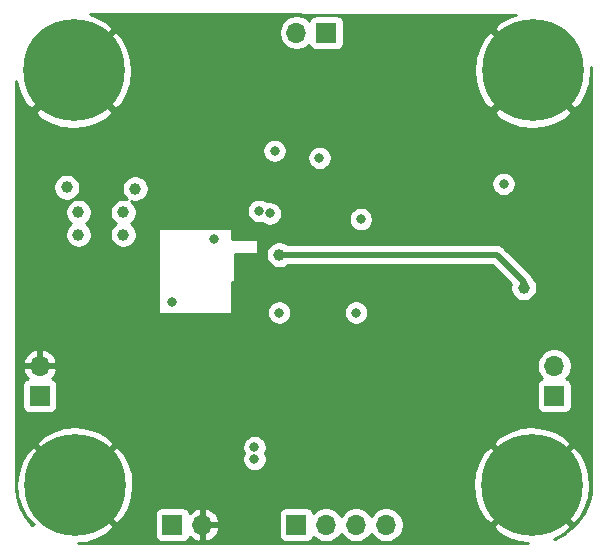
<source format=gbr>
G04 #@! TF.GenerationSoftware,KiCad,Pcbnew,(5.1.5)-3*
G04 #@! TF.CreationDate,2020-08-02T02:59:21-04:00*
G04 #@! TF.ProjectId,STM32F4,53544d33-3246-4342-9e6b-696361645f70,rev?*
G04 #@! TF.SameCoordinates,Original*
G04 #@! TF.FileFunction,Copper,L4,Bot*
G04 #@! TF.FilePolarity,Positive*
%FSLAX46Y46*%
G04 Gerber Fmt 4.6, Leading zero omitted, Abs format (unit mm)*
G04 Created by KiCad (PCBNEW (5.1.5)-3) date 2020-08-02 02:59:21*
%MOMM*%
%LPD*%
G04 APERTURE LIST*
%ADD10C,8.600000*%
%ADD11C,0.900000*%
%ADD12R,1.700000X1.700000*%
%ADD13O,1.700000X1.700000*%
%ADD14C,0.800000*%
%ADD15C,1.000000*%
%ADD16C,0.500000*%
%ADD17C,0.254000*%
G04 APERTURE END LIST*
D10*
X62687200Y-66497200D03*
D11*
X65912200Y-66497200D03*
X64967619Y-68777619D03*
X62687200Y-69722200D03*
X60406781Y-68777619D03*
X59462200Y-66497200D03*
X60406781Y-64216781D03*
X62687200Y-63272200D03*
X64967619Y-64216781D03*
D10*
X101549200Y-66497200D03*
D11*
X104774200Y-66497200D03*
X103829619Y-68777619D03*
X101549200Y-69722200D03*
X99268781Y-68777619D03*
X98324200Y-66497200D03*
X99268781Y-64216781D03*
X101549200Y-63272200D03*
X103829619Y-64216781D03*
D10*
X62801500Y-101600000D03*
D11*
X66026500Y-101600000D03*
X65081919Y-103880419D03*
X62801500Y-104825000D03*
X60521081Y-103880419D03*
X59576500Y-101600000D03*
X60521081Y-99319581D03*
X62801500Y-98375000D03*
X65081919Y-99319581D03*
X103753419Y-99319581D03*
X101473000Y-98375000D03*
X99192581Y-99319581D03*
X98248000Y-101600000D03*
X99192581Y-103880419D03*
X101473000Y-104825000D03*
X103753419Y-103880419D03*
X104698000Y-101600000D03*
D10*
X101473000Y-101600000D03*
D12*
X81534000Y-104965500D03*
D13*
X84074000Y-104965500D03*
X86614000Y-104965500D03*
X89154000Y-104965500D03*
D12*
X71056500Y-104965500D03*
D13*
X73596500Y-104965500D03*
X59817000Y-91503500D03*
D12*
X59817000Y-94043500D03*
X103378000Y-94043500D03*
D13*
X103378000Y-91503500D03*
X81560000Y-63300000D03*
D12*
X84100000Y-63300000D03*
D14*
X74600000Y-80800000D03*
X71000000Y-86100000D03*
D15*
X60450000Y-81325000D03*
X60450000Y-83200000D03*
X60450000Y-77575000D03*
X60450000Y-79450000D03*
X60450000Y-75700000D03*
X66900000Y-78500000D03*
X66900000Y-80400000D03*
X63100000Y-80400000D03*
X63100000Y-78500000D03*
X62100000Y-76400000D03*
X67900000Y-76500000D03*
X100800000Y-84900000D03*
D14*
X78000000Y-73000000D03*
X78000000Y-74100000D03*
X68200000Y-86000000D03*
X78900000Y-75500000D03*
X89000000Y-88400000D03*
X89800000Y-91900000D03*
X77900000Y-89600000D03*
X79200000Y-84600000D03*
X79400000Y-102400000D03*
X76900000Y-104700000D03*
X73900000Y-91900000D03*
X68200000Y-84800000D03*
X68200000Y-87100000D03*
X68200000Y-88200000D03*
X68200000Y-89400000D03*
X62600000Y-89900000D03*
X62600000Y-88700000D03*
X62600000Y-87600000D03*
X62600000Y-86400000D03*
X91100000Y-78300000D03*
X100500000Y-79900000D03*
X87000000Y-79100000D03*
X99100000Y-76100000D03*
X86600000Y-87000000D03*
X80100000Y-87000000D03*
X78400000Y-78400000D03*
X78000000Y-99400000D03*
X78000000Y-98400000D03*
X83500000Y-73900000D03*
X79700000Y-73300000D03*
X79300000Y-78600000D03*
D15*
X80100000Y-82100000D03*
D16*
X100800000Y-84400000D02*
X100800000Y-84900000D01*
X80100000Y-82100000D02*
X98500000Y-82100000D01*
X98500000Y-82100000D02*
X100800000Y-84400000D01*
D17*
G36*
X100125466Y-61771677D02*
G01*
X99714262Y-61890307D01*
X98850760Y-62336806D01*
X98738146Y-62412051D01*
X98245987Y-63014382D01*
X101549200Y-66317595D01*
X101563343Y-66303453D01*
X101742948Y-66483058D01*
X101728805Y-66497200D01*
X105032018Y-69800413D01*
X105634349Y-69308254D01*
X106104263Y-68457267D01*
X106399129Y-67530957D01*
X106507614Y-66564919D01*
X106476799Y-66201195D01*
X106505407Y-66361798D01*
X106527999Y-66904974D01*
X106528001Y-101508535D01*
X106454301Y-102377117D01*
X106242360Y-103193693D01*
X105895861Y-103962891D01*
X105424716Y-104662708D01*
X104842394Y-105273139D01*
X104165550Y-105776724D01*
X103413528Y-106159072D01*
X103380720Y-106169259D01*
X104171440Y-105760394D01*
X104284054Y-105685149D01*
X104776213Y-105082818D01*
X101473000Y-101779605D01*
X98169787Y-105082818D01*
X98661946Y-105685149D01*
X99512933Y-106155063D01*
X100439243Y-106449929D01*
X101134450Y-106528000D01*
X63092776Y-106528000D01*
X63702421Y-106476351D01*
X64636438Y-106206893D01*
X65499940Y-105760394D01*
X65612554Y-105685149D01*
X66104713Y-105082818D01*
X62801500Y-101779605D01*
X62787358Y-101793748D01*
X62607753Y-101614143D01*
X62621895Y-101600000D01*
X62981105Y-101600000D01*
X66284318Y-104903213D01*
X66886649Y-104411054D01*
X67049853Y-104115500D01*
X69568428Y-104115500D01*
X69568428Y-105815500D01*
X69580688Y-105939982D01*
X69616998Y-106059680D01*
X69675963Y-106169994D01*
X69755315Y-106266685D01*
X69852006Y-106346037D01*
X69962320Y-106405002D01*
X70082018Y-106441312D01*
X70206500Y-106453572D01*
X71906500Y-106453572D01*
X72030982Y-106441312D01*
X72150680Y-106405002D01*
X72260994Y-106346037D01*
X72357685Y-106266685D01*
X72437037Y-106169994D01*
X72496002Y-106059680D01*
X72520466Y-105979034D01*
X72596231Y-106063088D01*
X72829580Y-106237141D01*
X73092401Y-106362325D01*
X73239610Y-106406976D01*
X73469500Y-106285655D01*
X73469500Y-105092500D01*
X73723500Y-105092500D01*
X73723500Y-106285655D01*
X73953390Y-106406976D01*
X74100599Y-106362325D01*
X74363420Y-106237141D01*
X74596769Y-106063088D01*
X74791678Y-105846855D01*
X74940657Y-105596752D01*
X75037981Y-105322391D01*
X74917314Y-105092500D01*
X73723500Y-105092500D01*
X73469500Y-105092500D01*
X73449500Y-105092500D01*
X73449500Y-104838500D01*
X73469500Y-104838500D01*
X73469500Y-103645345D01*
X73723500Y-103645345D01*
X73723500Y-104838500D01*
X74917314Y-104838500D01*
X75037981Y-104608609D01*
X74940657Y-104334248D01*
X74810356Y-104115500D01*
X80045928Y-104115500D01*
X80045928Y-105815500D01*
X80058188Y-105939982D01*
X80094498Y-106059680D01*
X80153463Y-106169994D01*
X80232815Y-106266685D01*
X80329506Y-106346037D01*
X80439820Y-106405002D01*
X80559518Y-106441312D01*
X80684000Y-106453572D01*
X82384000Y-106453572D01*
X82508482Y-106441312D01*
X82628180Y-106405002D01*
X82738494Y-106346037D01*
X82835185Y-106266685D01*
X82914537Y-106169994D01*
X82973502Y-106059680D01*
X82995513Y-105987120D01*
X83127368Y-106118975D01*
X83370589Y-106281490D01*
X83640842Y-106393432D01*
X83927740Y-106450500D01*
X84220260Y-106450500D01*
X84507158Y-106393432D01*
X84777411Y-106281490D01*
X85020632Y-106118975D01*
X85227475Y-105912132D01*
X85344000Y-105737740D01*
X85460525Y-105912132D01*
X85667368Y-106118975D01*
X85910589Y-106281490D01*
X86180842Y-106393432D01*
X86467740Y-106450500D01*
X86760260Y-106450500D01*
X87047158Y-106393432D01*
X87317411Y-106281490D01*
X87560632Y-106118975D01*
X87767475Y-105912132D01*
X87884000Y-105737740D01*
X88000525Y-105912132D01*
X88207368Y-106118975D01*
X88450589Y-106281490D01*
X88720842Y-106393432D01*
X89007740Y-106450500D01*
X89300260Y-106450500D01*
X89587158Y-106393432D01*
X89857411Y-106281490D01*
X90100632Y-106118975D01*
X90307475Y-105912132D01*
X90469990Y-105668911D01*
X90581932Y-105398658D01*
X90639000Y-105111760D01*
X90639000Y-104819240D01*
X90581932Y-104532342D01*
X90469990Y-104262089D01*
X90307475Y-104018868D01*
X90100632Y-103812025D01*
X89857411Y-103649510D01*
X89587158Y-103537568D01*
X89300260Y-103480500D01*
X89007740Y-103480500D01*
X88720842Y-103537568D01*
X88450589Y-103649510D01*
X88207368Y-103812025D01*
X88000525Y-104018868D01*
X87884000Y-104193260D01*
X87767475Y-104018868D01*
X87560632Y-103812025D01*
X87317411Y-103649510D01*
X87047158Y-103537568D01*
X86760260Y-103480500D01*
X86467740Y-103480500D01*
X86180842Y-103537568D01*
X85910589Y-103649510D01*
X85667368Y-103812025D01*
X85460525Y-104018868D01*
X85344000Y-104193260D01*
X85227475Y-104018868D01*
X85020632Y-103812025D01*
X84777411Y-103649510D01*
X84507158Y-103537568D01*
X84220260Y-103480500D01*
X83927740Y-103480500D01*
X83640842Y-103537568D01*
X83370589Y-103649510D01*
X83127368Y-103812025D01*
X82995513Y-103943880D01*
X82973502Y-103871320D01*
X82914537Y-103761006D01*
X82835185Y-103664315D01*
X82738494Y-103584963D01*
X82628180Y-103525998D01*
X82508482Y-103489688D01*
X82384000Y-103477428D01*
X80684000Y-103477428D01*
X80559518Y-103489688D01*
X80439820Y-103525998D01*
X80329506Y-103584963D01*
X80232815Y-103664315D01*
X80153463Y-103761006D01*
X80094498Y-103871320D01*
X80058188Y-103991018D01*
X80045928Y-104115500D01*
X74810356Y-104115500D01*
X74791678Y-104084145D01*
X74596769Y-103867912D01*
X74363420Y-103693859D01*
X74100599Y-103568675D01*
X73953390Y-103524024D01*
X73723500Y-103645345D01*
X73469500Y-103645345D01*
X73239610Y-103524024D01*
X73092401Y-103568675D01*
X72829580Y-103693859D01*
X72596231Y-103867912D01*
X72520466Y-103951966D01*
X72496002Y-103871320D01*
X72437037Y-103761006D01*
X72357685Y-103664315D01*
X72260994Y-103584963D01*
X72150680Y-103525998D01*
X72030982Y-103489688D01*
X71906500Y-103477428D01*
X70206500Y-103477428D01*
X70082018Y-103489688D01*
X69962320Y-103525998D01*
X69852006Y-103584963D01*
X69755315Y-103664315D01*
X69675963Y-103761006D01*
X69616998Y-103871320D01*
X69580688Y-103991018D01*
X69568428Y-104115500D01*
X67049853Y-104115500D01*
X67356563Y-103560067D01*
X67651429Y-102633757D01*
X67759914Y-101667719D01*
X67748440Y-101532281D01*
X96514586Y-101532281D01*
X96596649Y-102500921D01*
X96866107Y-103434938D01*
X97312606Y-104298440D01*
X97387851Y-104411054D01*
X97990182Y-104903213D01*
X101293395Y-101600000D01*
X101652605Y-101600000D01*
X104955818Y-104903213D01*
X105558149Y-104411054D01*
X106028063Y-103560067D01*
X106322929Y-102633757D01*
X106431414Y-101667719D01*
X106349351Y-100699079D01*
X106079893Y-99765062D01*
X105633394Y-98901560D01*
X105558149Y-98788946D01*
X104955818Y-98296787D01*
X101652605Y-101600000D01*
X101293395Y-101600000D01*
X97990182Y-98296787D01*
X97387851Y-98788946D01*
X96917937Y-99639933D01*
X96623071Y-100566243D01*
X96514586Y-101532281D01*
X67748440Y-101532281D01*
X67677851Y-100699079D01*
X67408393Y-99765062D01*
X66961894Y-98901560D01*
X66886649Y-98788946D01*
X66285878Y-98298061D01*
X76965000Y-98298061D01*
X76965000Y-98501939D01*
X77004774Y-98701898D01*
X77082795Y-98890256D01*
X77089306Y-98900000D01*
X77082795Y-98909744D01*
X77004774Y-99098102D01*
X76965000Y-99298061D01*
X76965000Y-99501939D01*
X77004774Y-99701898D01*
X77082795Y-99890256D01*
X77196063Y-100059774D01*
X77340226Y-100203937D01*
X77509744Y-100317205D01*
X77698102Y-100395226D01*
X77898061Y-100435000D01*
X78101939Y-100435000D01*
X78301898Y-100395226D01*
X78490256Y-100317205D01*
X78659774Y-100203937D01*
X78803937Y-100059774D01*
X78917205Y-99890256D01*
X78995226Y-99701898D01*
X79035000Y-99501939D01*
X79035000Y-99298061D01*
X78995226Y-99098102D01*
X78917205Y-98909744D01*
X78910694Y-98900000D01*
X78917205Y-98890256D01*
X78995226Y-98701898D01*
X79035000Y-98501939D01*
X79035000Y-98298061D01*
X78999022Y-98117182D01*
X98169787Y-98117182D01*
X101473000Y-101420395D01*
X104776213Y-98117182D01*
X104284054Y-97514851D01*
X103433067Y-97044937D01*
X102506757Y-96750071D01*
X101540719Y-96641586D01*
X100572079Y-96723649D01*
X99638062Y-96993107D01*
X98774560Y-97439606D01*
X98661946Y-97514851D01*
X98169787Y-98117182D01*
X78999022Y-98117182D01*
X78995226Y-98098102D01*
X78917205Y-97909744D01*
X78803937Y-97740226D01*
X78659774Y-97596063D01*
X78490256Y-97482795D01*
X78301898Y-97404774D01*
X78101939Y-97365000D01*
X77898061Y-97365000D01*
X77698102Y-97404774D01*
X77509744Y-97482795D01*
X77340226Y-97596063D01*
X77196063Y-97740226D01*
X77082795Y-97909744D01*
X77004774Y-98098102D01*
X76965000Y-98298061D01*
X66285878Y-98298061D01*
X66284318Y-98296787D01*
X62981105Y-101600000D01*
X62621895Y-101600000D01*
X59318682Y-98296787D01*
X58716351Y-98788946D01*
X58246437Y-99639933D01*
X57951571Y-100566243D01*
X57843086Y-101532281D01*
X57925149Y-102500921D01*
X58194607Y-103434938D01*
X58641106Y-104298440D01*
X58716351Y-104411054D01*
X59318680Y-104903212D01*
X59207140Y-105014752D01*
X59048921Y-104863819D01*
X58551745Y-104195589D01*
X58174265Y-103453142D01*
X57927275Y-102657705D01*
X57815178Y-101811951D01*
X57810000Y-101592215D01*
X57809996Y-98117182D01*
X59498287Y-98117182D01*
X62801500Y-101420395D01*
X66104713Y-98117182D01*
X65612554Y-97514851D01*
X64761567Y-97044937D01*
X63835257Y-96750071D01*
X62869219Y-96641586D01*
X61900579Y-96723649D01*
X60966562Y-96993107D01*
X60103060Y-97439606D01*
X59990446Y-97514851D01*
X59498287Y-98117182D01*
X57809996Y-98117182D01*
X57809988Y-93193500D01*
X58328928Y-93193500D01*
X58328928Y-94893500D01*
X58341188Y-95017982D01*
X58377498Y-95137680D01*
X58436463Y-95247994D01*
X58515815Y-95344685D01*
X58612506Y-95424037D01*
X58722820Y-95483002D01*
X58842518Y-95519312D01*
X58967000Y-95531572D01*
X60667000Y-95531572D01*
X60791482Y-95519312D01*
X60911180Y-95483002D01*
X61021494Y-95424037D01*
X61118185Y-95344685D01*
X61197537Y-95247994D01*
X61256502Y-95137680D01*
X61292812Y-95017982D01*
X61305072Y-94893500D01*
X61305072Y-93193500D01*
X101889928Y-93193500D01*
X101889928Y-94893500D01*
X101902188Y-95017982D01*
X101938498Y-95137680D01*
X101997463Y-95247994D01*
X102076815Y-95344685D01*
X102173506Y-95424037D01*
X102283820Y-95483002D01*
X102403518Y-95519312D01*
X102528000Y-95531572D01*
X104228000Y-95531572D01*
X104352482Y-95519312D01*
X104472180Y-95483002D01*
X104582494Y-95424037D01*
X104679185Y-95344685D01*
X104758537Y-95247994D01*
X104817502Y-95137680D01*
X104853812Y-95017982D01*
X104866072Y-94893500D01*
X104866072Y-93193500D01*
X104853812Y-93069018D01*
X104817502Y-92949320D01*
X104758537Y-92839006D01*
X104679185Y-92742315D01*
X104582494Y-92662963D01*
X104472180Y-92603998D01*
X104399620Y-92581987D01*
X104531475Y-92450132D01*
X104693990Y-92206911D01*
X104805932Y-91936658D01*
X104863000Y-91649760D01*
X104863000Y-91357240D01*
X104805932Y-91070342D01*
X104693990Y-90800089D01*
X104531475Y-90556868D01*
X104324632Y-90350025D01*
X104081411Y-90187510D01*
X103811158Y-90075568D01*
X103524260Y-90018500D01*
X103231740Y-90018500D01*
X102944842Y-90075568D01*
X102674589Y-90187510D01*
X102431368Y-90350025D01*
X102224525Y-90556868D01*
X102062010Y-90800089D01*
X101950068Y-91070342D01*
X101893000Y-91357240D01*
X101893000Y-91649760D01*
X101950068Y-91936658D01*
X102062010Y-92206911D01*
X102224525Y-92450132D01*
X102356380Y-92581987D01*
X102283820Y-92603998D01*
X102173506Y-92662963D01*
X102076815Y-92742315D01*
X101997463Y-92839006D01*
X101938498Y-92949320D01*
X101902188Y-93069018D01*
X101889928Y-93193500D01*
X61305072Y-93193500D01*
X61292812Y-93069018D01*
X61256502Y-92949320D01*
X61197537Y-92839006D01*
X61118185Y-92742315D01*
X61021494Y-92662963D01*
X60911180Y-92603998D01*
X60830534Y-92579534D01*
X60914588Y-92503769D01*
X61088641Y-92270420D01*
X61213825Y-92007599D01*
X61258476Y-91860390D01*
X61137155Y-91630500D01*
X59944000Y-91630500D01*
X59944000Y-91650500D01*
X59690000Y-91650500D01*
X59690000Y-91630500D01*
X58496845Y-91630500D01*
X58375524Y-91860390D01*
X58420175Y-92007599D01*
X58545359Y-92270420D01*
X58719412Y-92503769D01*
X58803466Y-92579534D01*
X58722820Y-92603998D01*
X58612506Y-92662963D01*
X58515815Y-92742315D01*
X58436463Y-92839006D01*
X58377498Y-92949320D01*
X58341188Y-93069018D01*
X58328928Y-93193500D01*
X57809988Y-93193500D01*
X57809986Y-91146610D01*
X58375524Y-91146610D01*
X58496845Y-91376500D01*
X59690000Y-91376500D01*
X59690000Y-90182686D01*
X59944000Y-90182686D01*
X59944000Y-91376500D01*
X61137155Y-91376500D01*
X61258476Y-91146610D01*
X61213825Y-90999401D01*
X61088641Y-90736580D01*
X60914588Y-90503231D01*
X60698355Y-90308322D01*
X60448252Y-90159343D01*
X60173891Y-90062019D01*
X59944000Y-90182686D01*
X59690000Y-90182686D01*
X59460109Y-90062019D01*
X59185748Y-90159343D01*
X58935645Y-90308322D01*
X58719412Y-90503231D01*
X58545359Y-90736580D01*
X58420175Y-90999401D01*
X58375524Y-91146610D01*
X57809986Y-91146610D01*
X57809968Y-78388212D01*
X61965000Y-78388212D01*
X61965000Y-78611788D01*
X62008617Y-78831067D01*
X62094176Y-79037624D01*
X62218388Y-79223520D01*
X62376480Y-79381612D01*
X62478830Y-79450000D01*
X62376480Y-79518388D01*
X62218388Y-79676480D01*
X62094176Y-79862376D01*
X62008617Y-80068933D01*
X61965000Y-80288212D01*
X61965000Y-80511788D01*
X62008617Y-80731067D01*
X62094176Y-80937624D01*
X62218388Y-81123520D01*
X62376480Y-81281612D01*
X62562376Y-81405824D01*
X62768933Y-81491383D01*
X62988212Y-81535000D01*
X63211788Y-81535000D01*
X63431067Y-81491383D01*
X63637624Y-81405824D01*
X63823520Y-81281612D01*
X63981612Y-81123520D01*
X64105824Y-80937624D01*
X64191383Y-80731067D01*
X64235000Y-80511788D01*
X64235000Y-80288212D01*
X64191383Y-80068933D01*
X64105824Y-79862376D01*
X63981612Y-79676480D01*
X63823520Y-79518388D01*
X63721170Y-79450000D01*
X63823520Y-79381612D01*
X63981612Y-79223520D01*
X64105824Y-79037624D01*
X64191383Y-78831067D01*
X64235000Y-78611788D01*
X64235000Y-78388212D01*
X65765000Y-78388212D01*
X65765000Y-78611788D01*
X65808617Y-78831067D01*
X65894176Y-79037624D01*
X66018388Y-79223520D01*
X66176480Y-79381612D01*
X66278830Y-79450000D01*
X66176480Y-79518388D01*
X66018388Y-79676480D01*
X65894176Y-79862376D01*
X65808617Y-80068933D01*
X65765000Y-80288212D01*
X65765000Y-80511788D01*
X65808617Y-80731067D01*
X65894176Y-80937624D01*
X66018388Y-81123520D01*
X66176480Y-81281612D01*
X66362376Y-81405824D01*
X66568933Y-81491383D01*
X66788212Y-81535000D01*
X67011788Y-81535000D01*
X67231067Y-81491383D01*
X67437624Y-81405824D01*
X67623520Y-81281612D01*
X67781612Y-81123520D01*
X67905824Y-80937624D01*
X67991383Y-80731067D01*
X68035000Y-80511788D01*
X68035000Y-80288212D01*
X67991383Y-80068933D01*
X67962830Y-80000000D01*
X69873000Y-80000000D01*
X69873000Y-87000000D01*
X69875440Y-87024776D01*
X69882667Y-87048601D01*
X69894403Y-87070557D01*
X69910197Y-87089803D01*
X69929443Y-87105597D01*
X69951399Y-87117333D01*
X69975224Y-87124560D01*
X70000000Y-87127000D01*
X76000000Y-87127000D01*
X76024776Y-87124560D01*
X76048601Y-87117333D01*
X76070557Y-87105597D01*
X76089803Y-87089803D01*
X76105597Y-87070557D01*
X76117333Y-87048601D01*
X76124560Y-87024776D01*
X76127000Y-87000000D01*
X76127000Y-86898061D01*
X79065000Y-86898061D01*
X79065000Y-87101939D01*
X79104774Y-87301898D01*
X79182795Y-87490256D01*
X79296063Y-87659774D01*
X79440226Y-87803937D01*
X79609744Y-87917205D01*
X79798102Y-87995226D01*
X79998061Y-88035000D01*
X80201939Y-88035000D01*
X80401898Y-87995226D01*
X80590256Y-87917205D01*
X80759774Y-87803937D01*
X80903937Y-87659774D01*
X81017205Y-87490256D01*
X81095226Y-87301898D01*
X81135000Y-87101939D01*
X81135000Y-86898061D01*
X85565000Y-86898061D01*
X85565000Y-87101939D01*
X85604774Y-87301898D01*
X85682795Y-87490256D01*
X85796063Y-87659774D01*
X85940226Y-87803937D01*
X86109744Y-87917205D01*
X86298102Y-87995226D01*
X86498061Y-88035000D01*
X86701939Y-88035000D01*
X86901898Y-87995226D01*
X87090256Y-87917205D01*
X87259774Y-87803937D01*
X87403937Y-87659774D01*
X87517205Y-87490256D01*
X87595226Y-87301898D01*
X87635000Y-87101939D01*
X87635000Y-86898061D01*
X87595226Y-86698102D01*
X87517205Y-86509744D01*
X87403937Y-86340226D01*
X87259774Y-86196063D01*
X87090256Y-86082795D01*
X86901898Y-86004774D01*
X86701939Y-85965000D01*
X86498061Y-85965000D01*
X86298102Y-86004774D01*
X86109744Y-86082795D01*
X85940226Y-86196063D01*
X85796063Y-86340226D01*
X85682795Y-86509744D01*
X85604774Y-86698102D01*
X85565000Y-86898061D01*
X81135000Y-86898061D01*
X81095226Y-86698102D01*
X81017205Y-86509744D01*
X80903937Y-86340226D01*
X80759774Y-86196063D01*
X80590256Y-86082795D01*
X80401898Y-86004774D01*
X80201939Y-85965000D01*
X79998061Y-85965000D01*
X79798102Y-86004774D01*
X79609744Y-86082795D01*
X79440226Y-86196063D01*
X79296063Y-86340226D01*
X79182795Y-86509744D01*
X79104774Y-86698102D01*
X79065000Y-86898061D01*
X76127000Y-86898061D01*
X76127000Y-84427000D01*
X76200000Y-84427000D01*
X76224776Y-84424560D01*
X76248601Y-84417333D01*
X76270557Y-84405597D01*
X76289803Y-84389803D01*
X76305597Y-84370557D01*
X76317333Y-84348601D01*
X76324560Y-84324776D01*
X76326999Y-84299603D01*
X76319898Y-82027318D01*
X78200934Y-82032000D01*
X78225716Y-82029621D01*
X78249559Y-82022453D01*
X78271544Y-82010772D01*
X78290829Y-81995026D01*
X78296449Y-81988212D01*
X78965000Y-81988212D01*
X78965000Y-82211788D01*
X79008617Y-82431067D01*
X79094176Y-82637624D01*
X79218388Y-82823520D01*
X79376480Y-82981612D01*
X79562376Y-83105824D01*
X79768933Y-83191383D01*
X79988212Y-83235000D01*
X80211788Y-83235000D01*
X80431067Y-83191383D01*
X80637624Y-83105824D01*
X80818450Y-82985000D01*
X98133422Y-82985000D01*
X99711176Y-84562755D01*
X99708617Y-84568933D01*
X99665000Y-84788212D01*
X99665000Y-85011788D01*
X99708617Y-85231067D01*
X99794176Y-85437624D01*
X99918388Y-85623520D01*
X100076480Y-85781612D01*
X100262376Y-85905824D01*
X100468933Y-85991383D01*
X100688212Y-86035000D01*
X100911788Y-86035000D01*
X101131067Y-85991383D01*
X101337624Y-85905824D01*
X101523520Y-85781612D01*
X101681612Y-85623520D01*
X101805824Y-85437624D01*
X101891383Y-85231067D01*
X101935000Y-85011788D01*
X101935000Y-84788212D01*
X101891383Y-84568933D01*
X101805824Y-84362376D01*
X101681612Y-84176480D01*
X101646309Y-84141177D01*
X101621589Y-84059687D01*
X101539411Y-83905941D01*
X101428817Y-83771183D01*
X101395050Y-83743471D01*
X99156534Y-81504956D01*
X99128817Y-81471183D01*
X98994059Y-81360589D01*
X98840313Y-81278411D01*
X98673490Y-81227805D01*
X98543477Y-81215000D01*
X98543469Y-81215000D01*
X98500000Y-81210719D01*
X98456531Y-81215000D01*
X80818450Y-81215000D01*
X80637624Y-81094176D01*
X80431067Y-81008617D01*
X80211788Y-80965000D01*
X79988212Y-80965000D01*
X79768933Y-81008617D01*
X79562376Y-81094176D01*
X79376480Y-81218388D01*
X79218388Y-81376480D01*
X79094176Y-81562376D01*
X79008617Y-81768933D01*
X78965000Y-81988212D01*
X78296449Y-81988212D01*
X78306671Y-81975820D01*
X78318461Y-81953893D01*
X78325748Y-81930086D01*
X78328250Y-81904686D01*
X78325750Y-80894686D01*
X78323248Y-80869915D01*
X78315962Y-80846109D01*
X78304172Y-80824181D01*
X78288330Y-80804975D01*
X78269046Y-80789229D01*
X78247060Y-80777547D01*
X78223218Y-80770379D01*
X78199037Y-80768000D01*
X76118432Y-80763290D01*
X76126992Y-80001427D01*
X76124830Y-79976625D01*
X76117871Y-79952721D01*
X76106383Y-79930633D01*
X76090806Y-79911212D01*
X76071739Y-79895203D01*
X76049916Y-79883221D01*
X76026174Y-79875727D01*
X76000000Y-79873000D01*
X70000000Y-79873000D01*
X69975224Y-79875440D01*
X69951399Y-79882667D01*
X69929443Y-79894403D01*
X69910197Y-79910197D01*
X69894403Y-79929443D01*
X69882667Y-79951399D01*
X69875440Y-79975224D01*
X69873000Y-80000000D01*
X67962830Y-80000000D01*
X67905824Y-79862376D01*
X67781612Y-79676480D01*
X67623520Y-79518388D01*
X67521170Y-79450000D01*
X67623520Y-79381612D01*
X67781612Y-79223520D01*
X67905824Y-79037624D01*
X67991383Y-78831067D01*
X68035000Y-78611788D01*
X68035000Y-78388212D01*
X68017068Y-78298061D01*
X77365000Y-78298061D01*
X77365000Y-78501939D01*
X77404774Y-78701898D01*
X77482795Y-78890256D01*
X77596063Y-79059774D01*
X77740226Y-79203937D01*
X77909744Y-79317205D01*
X78098102Y-79395226D01*
X78298061Y-79435000D01*
X78501939Y-79435000D01*
X78644327Y-79406677D01*
X78809744Y-79517205D01*
X78998102Y-79595226D01*
X79198061Y-79635000D01*
X79401939Y-79635000D01*
X79601898Y-79595226D01*
X79790256Y-79517205D01*
X79959774Y-79403937D01*
X80103937Y-79259774D01*
X80217205Y-79090256D01*
X80255393Y-78998061D01*
X85965000Y-78998061D01*
X85965000Y-79201939D01*
X86004774Y-79401898D01*
X86082795Y-79590256D01*
X86196063Y-79759774D01*
X86340226Y-79903937D01*
X86509744Y-80017205D01*
X86698102Y-80095226D01*
X86898061Y-80135000D01*
X87101939Y-80135000D01*
X87301898Y-80095226D01*
X87490256Y-80017205D01*
X87659774Y-79903937D01*
X87803937Y-79759774D01*
X87917205Y-79590256D01*
X87995226Y-79401898D01*
X88035000Y-79201939D01*
X88035000Y-78998061D01*
X87995226Y-78798102D01*
X87917205Y-78609744D01*
X87803937Y-78440226D01*
X87659774Y-78296063D01*
X87490256Y-78182795D01*
X87301898Y-78104774D01*
X87101939Y-78065000D01*
X86898061Y-78065000D01*
X86698102Y-78104774D01*
X86509744Y-78182795D01*
X86340226Y-78296063D01*
X86196063Y-78440226D01*
X86082795Y-78609744D01*
X86004774Y-78798102D01*
X85965000Y-78998061D01*
X80255393Y-78998061D01*
X80295226Y-78901898D01*
X80335000Y-78701939D01*
X80335000Y-78498061D01*
X80295226Y-78298102D01*
X80217205Y-78109744D01*
X80103937Y-77940226D01*
X79959774Y-77796063D01*
X79790256Y-77682795D01*
X79601898Y-77604774D01*
X79401939Y-77565000D01*
X79198061Y-77565000D01*
X79055673Y-77593323D01*
X78890256Y-77482795D01*
X78701898Y-77404774D01*
X78501939Y-77365000D01*
X78298061Y-77365000D01*
X78098102Y-77404774D01*
X77909744Y-77482795D01*
X77740226Y-77596063D01*
X77596063Y-77740226D01*
X77482795Y-77909744D01*
X77404774Y-78098102D01*
X77365000Y-78298061D01*
X68017068Y-78298061D01*
X67991383Y-78168933D01*
X67905824Y-77962376D01*
X67781612Y-77776480D01*
X67623520Y-77618388D01*
X67589111Y-77595397D01*
X67788212Y-77635000D01*
X68011788Y-77635000D01*
X68231067Y-77591383D01*
X68437624Y-77505824D01*
X68623520Y-77381612D01*
X68781612Y-77223520D01*
X68905824Y-77037624D01*
X68991383Y-76831067D01*
X69035000Y-76611788D01*
X69035000Y-76388212D01*
X68991383Y-76168933D01*
X68920606Y-75998061D01*
X98065000Y-75998061D01*
X98065000Y-76201939D01*
X98104774Y-76401898D01*
X98182795Y-76590256D01*
X98296063Y-76759774D01*
X98440226Y-76903937D01*
X98609744Y-77017205D01*
X98798102Y-77095226D01*
X98998061Y-77135000D01*
X99201939Y-77135000D01*
X99401898Y-77095226D01*
X99590256Y-77017205D01*
X99759774Y-76903937D01*
X99903937Y-76759774D01*
X100017205Y-76590256D01*
X100095226Y-76401898D01*
X100135000Y-76201939D01*
X100135000Y-75998061D01*
X100095226Y-75798102D01*
X100017205Y-75609744D01*
X99903937Y-75440226D01*
X99759774Y-75296063D01*
X99590256Y-75182795D01*
X99401898Y-75104774D01*
X99201939Y-75065000D01*
X98998061Y-75065000D01*
X98798102Y-75104774D01*
X98609744Y-75182795D01*
X98440226Y-75296063D01*
X98296063Y-75440226D01*
X98182795Y-75609744D01*
X98104774Y-75798102D01*
X98065000Y-75998061D01*
X68920606Y-75998061D01*
X68905824Y-75962376D01*
X68781612Y-75776480D01*
X68623520Y-75618388D01*
X68437624Y-75494176D01*
X68231067Y-75408617D01*
X68011788Y-75365000D01*
X67788212Y-75365000D01*
X67568933Y-75408617D01*
X67362376Y-75494176D01*
X67176480Y-75618388D01*
X67018388Y-75776480D01*
X66894176Y-75962376D01*
X66808617Y-76168933D01*
X66765000Y-76388212D01*
X66765000Y-76611788D01*
X66808617Y-76831067D01*
X66894176Y-77037624D01*
X67018388Y-77223520D01*
X67176480Y-77381612D01*
X67210889Y-77404603D01*
X67011788Y-77365000D01*
X66788212Y-77365000D01*
X66568933Y-77408617D01*
X66362376Y-77494176D01*
X66176480Y-77618388D01*
X66018388Y-77776480D01*
X65894176Y-77962376D01*
X65808617Y-78168933D01*
X65765000Y-78388212D01*
X64235000Y-78388212D01*
X64191383Y-78168933D01*
X64105824Y-77962376D01*
X63981612Y-77776480D01*
X63823520Y-77618388D01*
X63637624Y-77494176D01*
X63431067Y-77408617D01*
X63211788Y-77365000D01*
X62988212Y-77365000D01*
X62768933Y-77408617D01*
X62562376Y-77494176D01*
X62376480Y-77618388D01*
X62218388Y-77776480D01*
X62094176Y-77962376D01*
X62008617Y-78168933D01*
X61965000Y-78388212D01*
X57809968Y-78388212D01*
X57809965Y-76288212D01*
X60965000Y-76288212D01*
X60965000Y-76511788D01*
X61008617Y-76731067D01*
X61094176Y-76937624D01*
X61218388Y-77123520D01*
X61376480Y-77281612D01*
X61562376Y-77405824D01*
X61768933Y-77491383D01*
X61988212Y-77535000D01*
X62211788Y-77535000D01*
X62431067Y-77491383D01*
X62637624Y-77405824D01*
X62823520Y-77281612D01*
X62981612Y-77123520D01*
X63105824Y-76937624D01*
X63191383Y-76731067D01*
X63235000Y-76511788D01*
X63235000Y-76288212D01*
X63191383Y-76068933D01*
X63105824Y-75862376D01*
X62981612Y-75676480D01*
X62823520Y-75518388D01*
X62637624Y-75394176D01*
X62431067Y-75308617D01*
X62211788Y-75265000D01*
X61988212Y-75265000D01*
X61768933Y-75308617D01*
X61562376Y-75394176D01*
X61376480Y-75518388D01*
X61218388Y-75676480D01*
X61094176Y-75862376D01*
X61008617Y-76068933D01*
X60965000Y-76288212D01*
X57809965Y-76288212D01*
X57809961Y-73198061D01*
X78665000Y-73198061D01*
X78665000Y-73401939D01*
X78704774Y-73601898D01*
X78782795Y-73790256D01*
X78896063Y-73959774D01*
X79040226Y-74103937D01*
X79209744Y-74217205D01*
X79398102Y-74295226D01*
X79598061Y-74335000D01*
X79801939Y-74335000D01*
X80001898Y-74295226D01*
X80190256Y-74217205D01*
X80359774Y-74103937D01*
X80503937Y-73959774D01*
X80611989Y-73798061D01*
X82465000Y-73798061D01*
X82465000Y-74001939D01*
X82504774Y-74201898D01*
X82582795Y-74390256D01*
X82696063Y-74559774D01*
X82840226Y-74703937D01*
X83009744Y-74817205D01*
X83198102Y-74895226D01*
X83398061Y-74935000D01*
X83601939Y-74935000D01*
X83801898Y-74895226D01*
X83990256Y-74817205D01*
X84159774Y-74703937D01*
X84303937Y-74559774D01*
X84417205Y-74390256D01*
X84495226Y-74201898D01*
X84535000Y-74001939D01*
X84535000Y-73798061D01*
X84495226Y-73598102D01*
X84417205Y-73409744D01*
X84303937Y-73240226D01*
X84159774Y-73096063D01*
X83990256Y-72982795D01*
X83801898Y-72904774D01*
X83601939Y-72865000D01*
X83398061Y-72865000D01*
X83198102Y-72904774D01*
X83009744Y-72982795D01*
X82840226Y-73096063D01*
X82696063Y-73240226D01*
X82582795Y-73409744D01*
X82504774Y-73598102D01*
X82465000Y-73798061D01*
X80611989Y-73798061D01*
X80617205Y-73790256D01*
X80695226Y-73601898D01*
X80735000Y-73401939D01*
X80735000Y-73198061D01*
X80695226Y-72998102D01*
X80617205Y-72809744D01*
X80503937Y-72640226D01*
X80359774Y-72496063D01*
X80190256Y-72382795D01*
X80001898Y-72304774D01*
X79801939Y-72265000D01*
X79598061Y-72265000D01*
X79398102Y-72304774D01*
X79209744Y-72382795D01*
X79040226Y-72496063D01*
X78896063Y-72640226D01*
X78782795Y-72809744D01*
X78704774Y-72998102D01*
X78665000Y-73198061D01*
X57809961Y-73198061D01*
X57809955Y-69980018D01*
X59383987Y-69980018D01*
X59876146Y-70582349D01*
X60727133Y-71052263D01*
X61653443Y-71347129D01*
X62619481Y-71455614D01*
X63588121Y-71373551D01*
X64522138Y-71104093D01*
X65385640Y-70657594D01*
X65498254Y-70582349D01*
X65990413Y-69980018D01*
X98245987Y-69980018D01*
X98738146Y-70582349D01*
X99589133Y-71052263D01*
X100515443Y-71347129D01*
X101481481Y-71455614D01*
X102450121Y-71373551D01*
X103384138Y-71104093D01*
X104247640Y-70657594D01*
X104360254Y-70582349D01*
X104852413Y-69980018D01*
X101549200Y-66676805D01*
X98245987Y-69980018D01*
X65990413Y-69980018D01*
X62687200Y-66676805D01*
X59383987Y-69980018D01*
X57809955Y-69980018D01*
X57809951Y-67387520D01*
X57810849Y-67398121D01*
X58080307Y-68332138D01*
X58526806Y-69195640D01*
X58602051Y-69308254D01*
X59204382Y-69800413D01*
X62507595Y-66497200D01*
X62866805Y-66497200D01*
X66170018Y-69800413D01*
X66772349Y-69308254D01*
X67242263Y-68457267D01*
X67537129Y-67530957D01*
X67645614Y-66564919D01*
X67634140Y-66429481D01*
X96590786Y-66429481D01*
X96672849Y-67398121D01*
X96942307Y-68332138D01*
X97388806Y-69195640D01*
X97464051Y-69308254D01*
X98066382Y-69800413D01*
X101369595Y-66497200D01*
X98066382Y-63193987D01*
X97464051Y-63686146D01*
X96994137Y-64537133D01*
X96699271Y-65463443D01*
X96590786Y-66429481D01*
X67634140Y-66429481D01*
X67563551Y-65596279D01*
X67294093Y-64662262D01*
X66847594Y-63798760D01*
X66772349Y-63686146D01*
X66170018Y-63193987D01*
X62866805Y-66497200D01*
X62507595Y-66497200D01*
X62493453Y-66483058D01*
X62673058Y-66303453D01*
X62687200Y-66317595D01*
X65851055Y-63153740D01*
X80075000Y-63153740D01*
X80075000Y-63446260D01*
X80132068Y-63733158D01*
X80244010Y-64003411D01*
X80406525Y-64246632D01*
X80613368Y-64453475D01*
X80856589Y-64615990D01*
X81126842Y-64727932D01*
X81413740Y-64785000D01*
X81706260Y-64785000D01*
X81993158Y-64727932D01*
X82263411Y-64615990D01*
X82506632Y-64453475D01*
X82638487Y-64321620D01*
X82660498Y-64394180D01*
X82719463Y-64504494D01*
X82798815Y-64601185D01*
X82895506Y-64680537D01*
X83005820Y-64739502D01*
X83125518Y-64775812D01*
X83250000Y-64788072D01*
X84950000Y-64788072D01*
X85074482Y-64775812D01*
X85194180Y-64739502D01*
X85304494Y-64680537D01*
X85401185Y-64601185D01*
X85480537Y-64504494D01*
X85539502Y-64394180D01*
X85575812Y-64274482D01*
X85588072Y-64150000D01*
X85588072Y-62450000D01*
X85575812Y-62325518D01*
X85539502Y-62205820D01*
X85480537Y-62095506D01*
X85401185Y-61998815D01*
X85304494Y-61919463D01*
X85194180Y-61860498D01*
X85074482Y-61824188D01*
X84950000Y-61811928D01*
X83250000Y-61811928D01*
X83125518Y-61824188D01*
X83005820Y-61860498D01*
X82895506Y-61919463D01*
X82798815Y-61998815D01*
X82719463Y-62095506D01*
X82660498Y-62205820D01*
X82638487Y-62278380D01*
X82506632Y-62146525D01*
X82263411Y-61984010D01*
X81993158Y-61872068D01*
X81706260Y-61815000D01*
X81413740Y-61815000D01*
X81126842Y-61872068D01*
X80856589Y-61984010D01*
X80613368Y-62146525D01*
X80406525Y-62353368D01*
X80244010Y-62596589D01*
X80132068Y-62866842D01*
X80075000Y-63153740D01*
X65851055Y-63153740D01*
X65990413Y-63014382D01*
X65498254Y-62412051D01*
X64647267Y-61942137D01*
X64051013Y-61752336D01*
X100125466Y-61771677D01*
G37*
X100125466Y-61771677D02*
X99714262Y-61890307D01*
X98850760Y-62336806D01*
X98738146Y-62412051D01*
X98245987Y-63014382D01*
X101549200Y-66317595D01*
X101563343Y-66303453D01*
X101742948Y-66483058D01*
X101728805Y-66497200D01*
X105032018Y-69800413D01*
X105634349Y-69308254D01*
X106104263Y-68457267D01*
X106399129Y-67530957D01*
X106507614Y-66564919D01*
X106476799Y-66201195D01*
X106505407Y-66361798D01*
X106527999Y-66904974D01*
X106528001Y-101508535D01*
X106454301Y-102377117D01*
X106242360Y-103193693D01*
X105895861Y-103962891D01*
X105424716Y-104662708D01*
X104842394Y-105273139D01*
X104165550Y-105776724D01*
X103413528Y-106159072D01*
X103380720Y-106169259D01*
X104171440Y-105760394D01*
X104284054Y-105685149D01*
X104776213Y-105082818D01*
X101473000Y-101779605D01*
X98169787Y-105082818D01*
X98661946Y-105685149D01*
X99512933Y-106155063D01*
X100439243Y-106449929D01*
X101134450Y-106528000D01*
X63092776Y-106528000D01*
X63702421Y-106476351D01*
X64636438Y-106206893D01*
X65499940Y-105760394D01*
X65612554Y-105685149D01*
X66104713Y-105082818D01*
X62801500Y-101779605D01*
X62787358Y-101793748D01*
X62607753Y-101614143D01*
X62621895Y-101600000D01*
X62981105Y-101600000D01*
X66284318Y-104903213D01*
X66886649Y-104411054D01*
X67049853Y-104115500D01*
X69568428Y-104115500D01*
X69568428Y-105815500D01*
X69580688Y-105939982D01*
X69616998Y-106059680D01*
X69675963Y-106169994D01*
X69755315Y-106266685D01*
X69852006Y-106346037D01*
X69962320Y-106405002D01*
X70082018Y-106441312D01*
X70206500Y-106453572D01*
X71906500Y-106453572D01*
X72030982Y-106441312D01*
X72150680Y-106405002D01*
X72260994Y-106346037D01*
X72357685Y-106266685D01*
X72437037Y-106169994D01*
X72496002Y-106059680D01*
X72520466Y-105979034D01*
X72596231Y-106063088D01*
X72829580Y-106237141D01*
X73092401Y-106362325D01*
X73239610Y-106406976D01*
X73469500Y-106285655D01*
X73469500Y-105092500D01*
X73723500Y-105092500D01*
X73723500Y-106285655D01*
X73953390Y-106406976D01*
X74100599Y-106362325D01*
X74363420Y-106237141D01*
X74596769Y-106063088D01*
X74791678Y-105846855D01*
X74940657Y-105596752D01*
X75037981Y-105322391D01*
X74917314Y-105092500D01*
X73723500Y-105092500D01*
X73469500Y-105092500D01*
X73449500Y-105092500D01*
X73449500Y-104838500D01*
X73469500Y-104838500D01*
X73469500Y-103645345D01*
X73723500Y-103645345D01*
X73723500Y-104838500D01*
X74917314Y-104838500D01*
X75037981Y-104608609D01*
X74940657Y-104334248D01*
X74810356Y-104115500D01*
X80045928Y-104115500D01*
X80045928Y-105815500D01*
X80058188Y-105939982D01*
X80094498Y-106059680D01*
X80153463Y-106169994D01*
X80232815Y-106266685D01*
X80329506Y-106346037D01*
X80439820Y-106405002D01*
X80559518Y-106441312D01*
X80684000Y-106453572D01*
X82384000Y-106453572D01*
X82508482Y-106441312D01*
X82628180Y-106405002D01*
X82738494Y-106346037D01*
X82835185Y-106266685D01*
X82914537Y-106169994D01*
X82973502Y-106059680D01*
X82995513Y-105987120D01*
X83127368Y-106118975D01*
X83370589Y-106281490D01*
X83640842Y-106393432D01*
X83927740Y-106450500D01*
X84220260Y-106450500D01*
X84507158Y-106393432D01*
X84777411Y-106281490D01*
X85020632Y-106118975D01*
X85227475Y-105912132D01*
X85344000Y-105737740D01*
X85460525Y-105912132D01*
X85667368Y-106118975D01*
X85910589Y-106281490D01*
X86180842Y-106393432D01*
X86467740Y-106450500D01*
X86760260Y-106450500D01*
X87047158Y-106393432D01*
X87317411Y-106281490D01*
X87560632Y-106118975D01*
X87767475Y-105912132D01*
X87884000Y-105737740D01*
X88000525Y-105912132D01*
X88207368Y-106118975D01*
X88450589Y-106281490D01*
X88720842Y-106393432D01*
X89007740Y-106450500D01*
X89300260Y-106450500D01*
X89587158Y-106393432D01*
X89857411Y-106281490D01*
X90100632Y-106118975D01*
X90307475Y-105912132D01*
X90469990Y-105668911D01*
X90581932Y-105398658D01*
X90639000Y-105111760D01*
X90639000Y-104819240D01*
X90581932Y-104532342D01*
X90469990Y-104262089D01*
X90307475Y-104018868D01*
X90100632Y-103812025D01*
X89857411Y-103649510D01*
X89587158Y-103537568D01*
X89300260Y-103480500D01*
X89007740Y-103480500D01*
X88720842Y-103537568D01*
X88450589Y-103649510D01*
X88207368Y-103812025D01*
X88000525Y-104018868D01*
X87884000Y-104193260D01*
X87767475Y-104018868D01*
X87560632Y-103812025D01*
X87317411Y-103649510D01*
X87047158Y-103537568D01*
X86760260Y-103480500D01*
X86467740Y-103480500D01*
X86180842Y-103537568D01*
X85910589Y-103649510D01*
X85667368Y-103812025D01*
X85460525Y-104018868D01*
X85344000Y-104193260D01*
X85227475Y-104018868D01*
X85020632Y-103812025D01*
X84777411Y-103649510D01*
X84507158Y-103537568D01*
X84220260Y-103480500D01*
X83927740Y-103480500D01*
X83640842Y-103537568D01*
X83370589Y-103649510D01*
X83127368Y-103812025D01*
X82995513Y-103943880D01*
X82973502Y-103871320D01*
X82914537Y-103761006D01*
X82835185Y-103664315D01*
X82738494Y-103584963D01*
X82628180Y-103525998D01*
X82508482Y-103489688D01*
X82384000Y-103477428D01*
X80684000Y-103477428D01*
X80559518Y-103489688D01*
X80439820Y-103525998D01*
X80329506Y-103584963D01*
X80232815Y-103664315D01*
X80153463Y-103761006D01*
X80094498Y-103871320D01*
X80058188Y-103991018D01*
X80045928Y-104115500D01*
X74810356Y-104115500D01*
X74791678Y-104084145D01*
X74596769Y-103867912D01*
X74363420Y-103693859D01*
X74100599Y-103568675D01*
X73953390Y-103524024D01*
X73723500Y-103645345D01*
X73469500Y-103645345D01*
X73239610Y-103524024D01*
X73092401Y-103568675D01*
X72829580Y-103693859D01*
X72596231Y-103867912D01*
X72520466Y-103951966D01*
X72496002Y-103871320D01*
X72437037Y-103761006D01*
X72357685Y-103664315D01*
X72260994Y-103584963D01*
X72150680Y-103525998D01*
X72030982Y-103489688D01*
X71906500Y-103477428D01*
X70206500Y-103477428D01*
X70082018Y-103489688D01*
X69962320Y-103525998D01*
X69852006Y-103584963D01*
X69755315Y-103664315D01*
X69675963Y-103761006D01*
X69616998Y-103871320D01*
X69580688Y-103991018D01*
X69568428Y-104115500D01*
X67049853Y-104115500D01*
X67356563Y-103560067D01*
X67651429Y-102633757D01*
X67759914Y-101667719D01*
X67748440Y-101532281D01*
X96514586Y-101532281D01*
X96596649Y-102500921D01*
X96866107Y-103434938D01*
X97312606Y-104298440D01*
X97387851Y-104411054D01*
X97990182Y-104903213D01*
X101293395Y-101600000D01*
X101652605Y-101600000D01*
X104955818Y-104903213D01*
X105558149Y-104411054D01*
X106028063Y-103560067D01*
X106322929Y-102633757D01*
X106431414Y-101667719D01*
X106349351Y-100699079D01*
X106079893Y-99765062D01*
X105633394Y-98901560D01*
X105558149Y-98788946D01*
X104955818Y-98296787D01*
X101652605Y-101600000D01*
X101293395Y-101600000D01*
X97990182Y-98296787D01*
X97387851Y-98788946D01*
X96917937Y-99639933D01*
X96623071Y-100566243D01*
X96514586Y-101532281D01*
X67748440Y-101532281D01*
X67677851Y-100699079D01*
X67408393Y-99765062D01*
X66961894Y-98901560D01*
X66886649Y-98788946D01*
X66285878Y-98298061D01*
X76965000Y-98298061D01*
X76965000Y-98501939D01*
X77004774Y-98701898D01*
X77082795Y-98890256D01*
X77089306Y-98900000D01*
X77082795Y-98909744D01*
X77004774Y-99098102D01*
X76965000Y-99298061D01*
X76965000Y-99501939D01*
X77004774Y-99701898D01*
X77082795Y-99890256D01*
X77196063Y-100059774D01*
X77340226Y-100203937D01*
X77509744Y-100317205D01*
X77698102Y-100395226D01*
X77898061Y-100435000D01*
X78101939Y-100435000D01*
X78301898Y-100395226D01*
X78490256Y-100317205D01*
X78659774Y-100203937D01*
X78803937Y-100059774D01*
X78917205Y-99890256D01*
X78995226Y-99701898D01*
X79035000Y-99501939D01*
X79035000Y-99298061D01*
X78995226Y-99098102D01*
X78917205Y-98909744D01*
X78910694Y-98900000D01*
X78917205Y-98890256D01*
X78995226Y-98701898D01*
X79035000Y-98501939D01*
X79035000Y-98298061D01*
X78999022Y-98117182D01*
X98169787Y-98117182D01*
X101473000Y-101420395D01*
X104776213Y-98117182D01*
X104284054Y-97514851D01*
X103433067Y-97044937D01*
X102506757Y-96750071D01*
X101540719Y-96641586D01*
X100572079Y-96723649D01*
X99638062Y-96993107D01*
X98774560Y-97439606D01*
X98661946Y-97514851D01*
X98169787Y-98117182D01*
X78999022Y-98117182D01*
X78995226Y-98098102D01*
X78917205Y-97909744D01*
X78803937Y-97740226D01*
X78659774Y-97596063D01*
X78490256Y-97482795D01*
X78301898Y-97404774D01*
X78101939Y-97365000D01*
X77898061Y-97365000D01*
X77698102Y-97404774D01*
X77509744Y-97482795D01*
X77340226Y-97596063D01*
X77196063Y-97740226D01*
X77082795Y-97909744D01*
X77004774Y-98098102D01*
X76965000Y-98298061D01*
X66285878Y-98298061D01*
X66284318Y-98296787D01*
X62981105Y-101600000D01*
X62621895Y-101600000D01*
X59318682Y-98296787D01*
X58716351Y-98788946D01*
X58246437Y-99639933D01*
X57951571Y-100566243D01*
X57843086Y-101532281D01*
X57925149Y-102500921D01*
X58194607Y-103434938D01*
X58641106Y-104298440D01*
X58716351Y-104411054D01*
X59318680Y-104903212D01*
X59207140Y-105014752D01*
X59048921Y-104863819D01*
X58551745Y-104195589D01*
X58174265Y-103453142D01*
X57927275Y-102657705D01*
X57815178Y-101811951D01*
X57810000Y-101592215D01*
X57809996Y-98117182D01*
X59498287Y-98117182D01*
X62801500Y-101420395D01*
X66104713Y-98117182D01*
X65612554Y-97514851D01*
X64761567Y-97044937D01*
X63835257Y-96750071D01*
X62869219Y-96641586D01*
X61900579Y-96723649D01*
X60966562Y-96993107D01*
X60103060Y-97439606D01*
X59990446Y-97514851D01*
X59498287Y-98117182D01*
X57809996Y-98117182D01*
X57809988Y-93193500D01*
X58328928Y-93193500D01*
X58328928Y-94893500D01*
X58341188Y-95017982D01*
X58377498Y-95137680D01*
X58436463Y-95247994D01*
X58515815Y-95344685D01*
X58612506Y-95424037D01*
X58722820Y-95483002D01*
X58842518Y-95519312D01*
X58967000Y-95531572D01*
X60667000Y-95531572D01*
X60791482Y-95519312D01*
X60911180Y-95483002D01*
X61021494Y-95424037D01*
X61118185Y-95344685D01*
X61197537Y-95247994D01*
X61256502Y-95137680D01*
X61292812Y-95017982D01*
X61305072Y-94893500D01*
X61305072Y-93193500D01*
X101889928Y-93193500D01*
X101889928Y-94893500D01*
X101902188Y-95017982D01*
X101938498Y-95137680D01*
X101997463Y-95247994D01*
X102076815Y-95344685D01*
X102173506Y-95424037D01*
X102283820Y-95483002D01*
X102403518Y-95519312D01*
X102528000Y-95531572D01*
X104228000Y-95531572D01*
X104352482Y-95519312D01*
X104472180Y-95483002D01*
X104582494Y-95424037D01*
X104679185Y-95344685D01*
X104758537Y-95247994D01*
X104817502Y-95137680D01*
X104853812Y-95017982D01*
X104866072Y-94893500D01*
X104866072Y-93193500D01*
X104853812Y-93069018D01*
X104817502Y-92949320D01*
X104758537Y-92839006D01*
X104679185Y-92742315D01*
X104582494Y-92662963D01*
X104472180Y-92603998D01*
X104399620Y-92581987D01*
X104531475Y-92450132D01*
X104693990Y-92206911D01*
X104805932Y-91936658D01*
X104863000Y-91649760D01*
X104863000Y-91357240D01*
X104805932Y-91070342D01*
X104693990Y-90800089D01*
X104531475Y-90556868D01*
X104324632Y-90350025D01*
X104081411Y-90187510D01*
X103811158Y-90075568D01*
X103524260Y-90018500D01*
X103231740Y-90018500D01*
X102944842Y-90075568D01*
X102674589Y-90187510D01*
X102431368Y-90350025D01*
X102224525Y-90556868D01*
X102062010Y-90800089D01*
X101950068Y-91070342D01*
X101893000Y-91357240D01*
X101893000Y-91649760D01*
X101950068Y-91936658D01*
X102062010Y-92206911D01*
X102224525Y-92450132D01*
X102356380Y-92581987D01*
X102283820Y-92603998D01*
X102173506Y-92662963D01*
X102076815Y-92742315D01*
X101997463Y-92839006D01*
X101938498Y-92949320D01*
X101902188Y-93069018D01*
X101889928Y-93193500D01*
X61305072Y-93193500D01*
X61292812Y-93069018D01*
X61256502Y-92949320D01*
X61197537Y-92839006D01*
X61118185Y-92742315D01*
X61021494Y-92662963D01*
X60911180Y-92603998D01*
X60830534Y-92579534D01*
X60914588Y-92503769D01*
X61088641Y-92270420D01*
X61213825Y-92007599D01*
X61258476Y-91860390D01*
X61137155Y-91630500D01*
X59944000Y-91630500D01*
X59944000Y-91650500D01*
X59690000Y-91650500D01*
X59690000Y-91630500D01*
X58496845Y-91630500D01*
X58375524Y-91860390D01*
X58420175Y-92007599D01*
X58545359Y-92270420D01*
X58719412Y-92503769D01*
X58803466Y-92579534D01*
X58722820Y-92603998D01*
X58612506Y-92662963D01*
X58515815Y-92742315D01*
X58436463Y-92839006D01*
X58377498Y-92949320D01*
X58341188Y-93069018D01*
X58328928Y-93193500D01*
X57809988Y-93193500D01*
X57809986Y-91146610D01*
X58375524Y-91146610D01*
X58496845Y-91376500D01*
X59690000Y-91376500D01*
X59690000Y-90182686D01*
X59944000Y-90182686D01*
X59944000Y-91376500D01*
X61137155Y-91376500D01*
X61258476Y-91146610D01*
X61213825Y-90999401D01*
X61088641Y-90736580D01*
X60914588Y-90503231D01*
X60698355Y-90308322D01*
X60448252Y-90159343D01*
X60173891Y-90062019D01*
X59944000Y-90182686D01*
X59690000Y-90182686D01*
X59460109Y-90062019D01*
X59185748Y-90159343D01*
X58935645Y-90308322D01*
X58719412Y-90503231D01*
X58545359Y-90736580D01*
X58420175Y-90999401D01*
X58375524Y-91146610D01*
X57809986Y-91146610D01*
X57809968Y-78388212D01*
X61965000Y-78388212D01*
X61965000Y-78611788D01*
X62008617Y-78831067D01*
X62094176Y-79037624D01*
X62218388Y-79223520D01*
X62376480Y-79381612D01*
X62478830Y-79450000D01*
X62376480Y-79518388D01*
X62218388Y-79676480D01*
X62094176Y-79862376D01*
X62008617Y-80068933D01*
X61965000Y-80288212D01*
X61965000Y-80511788D01*
X62008617Y-80731067D01*
X62094176Y-80937624D01*
X62218388Y-81123520D01*
X62376480Y-81281612D01*
X62562376Y-81405824D01*
X62768933Y-81491383D01*
X62988212Y-81535000D01*
X63211788Y-81535000D01*
X63431067Y-81491383D01*
X63637624Y-81405824D01*
X63823520Y-81281612D01*
X63981612Y-81123520D01*
X64105824Y-80937624D01*
X64191383Y-80731067D01*
X64235000Y-80511788D01*
X64235000Y-80288212D01*
X64191383Y-80068933D01*
X64105824Y-79862376D01*
X63981612Y-79676480D01*
X63823520Y-79518388D01*
X63721170Y-79450000D01*
X63823520Y-79381612D01*
X63981612Y-79223520D01*
X64105824Y-79037624D01*
X64191383Y-78831067D01*
X64235000Y-78611788D01*
X64235000Y-78388212D01*
X65765000Y-78388212D01*
X65765000Y-78611788D01*
X65808617Y-78831067D01*
X65894176Y-79037624D01*
X66018388Y-79223520D01*
X66176480Y-79381612D01*
X66278830Y-79450000D01*
X66176480Y-79518388D01*
X66018388Y-79676480D01*
X65894176Y-79862376D01*
X65808617Y-80068933D01*
X65765000Y-80288212D01*
X65765000Y-80511788D01*
X65808617Y-80731067D01*
X65894176Y-80937624D01*
X66018388Y-81123520D01*
X66176480Y-81281612D01*
X66362376Y-81405824D01*
X66568933Y-81491383D01*
X66788212Y-81535000D01*
X67011788Y-81535000D01*
X67231067Y-81491383D01*
X67437624Y-81405824D01*
X67623520Y-81281612D01*
X67781612Y-81123520D01*
X67905824Y-80937624D01*
X67991383Y-80731067D01*
X68035000Y-80511788D01*
X68035000Y-80288212D01*
X67991383Y-80068933D01*
X67962830Y-80000000D01*
X69873000Y-80000000D01*
X69873000Y-87000000D01*
X69875440Y-87024776D01*
X69882667Y-87048601D01*
X69894403Y-87070557D01*
X69910197Y-87089803D01*
X69929443Y-87105597D01*
X69951399Y-87117333D01*
X69975224Y-87124560D01*
X70000000Y-87127000D01*
X76000000Y-87127000D01*
X76024776Y-87124560D01*
X76048601Y-87117333D01*
X76070557Y-87105597D01*
X76089803Y-87089803D01*
X76105597Y-87070557D01*
X76117333Y-87048601D01*
X76124560Y-87024776D01*
X76127000Y-87000000D01*
X76127000Y-86898061D01*
X79065000Y-86898061D01*
X79065000Y-87101939D01*
X79104774Y-87301898D01*
X79182795Y-87490256D01*
X79296063Y-87659774D01*
X79440226Y-87803937D01*
X79609744Y-87917205D01*
X79798102Y-87995226D01*
X79998061Y-88035000D01*
X80201939Y-88035000D01*
X80401898Y-87995226D01*
X80590256Y-87917205D01*
X80759774Y-87803937D01*
X80903937Y-87659774D01*
X81017205Y-87490256D01*
X81095226Y-87301898D01*
X81135000Y-87101939D01*
X81135000Y-86898061D01*
X85565000Y-86898061D01*
X85565000Y-87101939D01*
X85604774Y-87301898D01*
X85682795Y-87490256D01*
X85796063Y-87659774D01*
X85940226Y-87803937D01*
X86109744Y-87917205D01*
X86298102Y-87995226D01*
X86498061Y-88035000D01*
X86701939Y-88035000D01*
X86901898Y-87995226D01*
X87090256Y-87917205D01*
X87259774Y-87803937D01*
X87403937Y-87659774D01*
X87517205Y-87490256D01*
X87595226Y-87301898D01*
X87635000Y-87101939D01*
X87635000Y-86898061D01*
X87595226Y-86698102D01*
X87517205Y-86509744D01*
X87403937Y-86340226D01*
X87259774Y-86196063D01*
X87090256Y-86082795D01*
X86901898Y-86004774D01*
X86701939Y-85965000D01*
X86498061Y-85965000D01*
X86298102Y-86004774D01*
X86109744Y-86082795D01*
X85940226Y-86196063D01*
X85796063Y-86340226D01*
X85682795Y-86509744D01*
X85604774Y-86698102D01*
X85565000Y-86898061D01*
X81135000Y-86898061D01*
X81095226Y-86698102D01*
X81017205Y-86509744D01*
X80903937Y-86340226D01*
X80759774Y-86196063D01*
X80590256Y-86082795D01*
X80401898Y-86004774D01*
X80201939Y-85965000D01*
X79998061Y-85965000D01*
X79798102Y-86004774D01*
X79609744Y-86082795D01*
X79440226Y-86196063D01*
X79296063Y-86340226D01*
X79182795Y-86509744D01*
X79104774Y-86698102D01*
X79065000Y-86898061D01*
X76127000Y-86898061D01*
X76127000Y-84427000D01*
X76200000Y-84427000D01*
X76224776Y-84424560D01*
X76248601Y-84417333D01*
X76270557Y-84405597D01*
X76289803Y-84389803D01*
X76305597Y-84370557D01*
X76317333Y-84348601D01*
X76324560Y-84324776D01*
X76326999Y-84299603D01*
X76319898Y-82027318D01*
X78200934Y-82032000D01*
X78225716Y-82029621D01*
X78249559Y-82022453D01*
X78271544Y-82010772D01*
X78290829Y-81995026D01*
X78296449Y-81988212D01*
X78965000Y-81988212D01*
X78965000Y-82211788D01*
X79008617Y-82431067D01*
X79094176Y-82637624D01*
X79218388Y-82823520D01*
X79376480Y-82981612D01*
X79562376Y-83105824D01*
X79768933Y-83191383D01*
X79988212Y-83235000D01*
X80211788Y-83235000D01*
X80431067Y-83191383D01*
X80637624Y-83105824D01*
X80818450Y-82985000D01*
X98133422Y-82985000D01*
X99711176Y-84562755D01*
X99708617Y-84568933D01*
X99665000Y-84788212D01*
X99665000Y-85011788D01*
X99708617Y-85231067D01*
X99794176Y-85437624D01*
X99918388Y-85623520D01*
X100076480Y-85781612D01*
X100262376Y-85905824D01*
X100468933Y-85991383D01*
X100688212Y-86035000D01*
X100911788Y-86035000D01*
X101131067Y-85991383D01*
X101337624Y-85905824D01*
X101523520Y-85781612D01*
X101681612Y-85623520D01*
X101805824Y-85437624D01*
X101891383Y-85231067D01*
X101935000Y-85011788D01*
X101935000Y-84788212D01*
X101891383Y-84568933D01*
X101805824Y-84362376D01*
X101681612Y-84176480D01*
X101646309Y-84141177D01*
X101621589Y-84059687D01*
X101539411Y-83905941D01*
X101428817Y-83771183D01*
X101395050Y-83743471D01*
X99156534Y-81504956D01*
X99128817Y-81471183D01*
X98994059Y-81360589D01*
X98840313Y-81278411D01*
X98673490Y-81227805D01*
X98543477Y-81215000D01*
X98543469Y-81215000D01*
X98500000Y-81210719D01*
X98456531Y-81215000D01*
X80818450Y-81215000D01*
X80637624Y-81094176D01*
X80431067Y-81008617D01*
X80211788Y-80965000D01*
X79988212Y-80965000D01*
X79768933Y-81008617D01*
X79562376Y-81094176D01*
X79376480Y-81218388D01*
X79218388Y-81376480D01*
X79094176Y-81562376D01*
X79008617Y-81768933D01*
X78965000Y-81988212D01*
X78296449Y-81988212D01*
X78306671Y-81975820D01*
X78318461Y-81953893D01*
X78325748Y-81930086D01*
X78328250Y-81904686D01*
X78325750Y-80894686D01*
X78323248Y-80869915D01*
X78315962Y-80846109D01*
X78304172Y-80824181D01*
X78288330Y-80804975D01*
X78269046Y-80789229D01*
X78247060Y-80777547D01*
X78223218Y-80770379D01*
X78199037Y-80768000D01*
X76118432Y-80763290D01*
X76126992Y-80001427D01*
X76124830Y-79976625D01*
X76117871Y-79952721D01*
X76106383Y-79930633D01*
X76090806Y-79911212D01*
X76071739Y-79895203D01*
X76049916Y-79883221D01*
X76026174Y-79875727D01*
X76000000Y-79873000D01*
X70000000Y-79873000D01*
X69975224Y-79875440D01*
X69951399Y-79882667D01*
X69929443Y-79894403D01*
X69910197Y-79910197D01*
X69894403Y-79929443D01*
X69882667Y-79951399D01*
X69875440Y-79975224D01*
X69873000Y-80000000D01*
X67962830Y-80000000D01*
X67905824Y-79862376D01*
X67781612Y-79676480D01*
X67623520Y-79518388D01*
X67521170Y-79450000D01*
X67623520Y-79381612D01*
X67781612Y-79223520D01*
X67905824Y-79037624D01*
X67991383Y-78831067D01*
X68035000Y-78611788D01*
X68035000Y-78388212D01*
X68017068Y-78298061D01*
X77365000Y-78298061D01*
X77365000Y-78501939D01*
X77404774Y-78701898D01*
X77482795Y-78890256D01*
X77596063Y-79059774D01*
X77740226Y-79203937D01*
X77909744Y-79317205D01*
X78098102Y-79395226D01*
X78298061Y-79435000D01*
X78501939Y-79435000D01*
X78644327Y-79406677D01*
X78809744Y-79517205D01*
X78998102Y-79595226D01*
X79198061Y-79635000D01*
X79401939Y-79635000D01*
X79601898Y-79595226D01*
X79790256Y-79517205D01*
X79959774Y-79403937D01*
X80103937Y-79259774D01*
X80217205Y-79090256D01*
X80255393Y-78998061D01*
X85965000Y-78998061D01*
X85965000Y-79201939D01*
X86004774Y-79401898D01*
X86082795Y-79590256D01*
X86196063Y-79759774D01*
X86340226Y-79903937D01*
X86509744Y-80017205D01*
X86698102Y-80095226D01*
X86898061Y-80135000D01*
X87101939Y-80135000D01*
X87301898Y-80095226D01*
X87490256Y-80017205D01*
X87659774Y-79903937D01*
X87803937Y-79759774D01*
X87917205Y-79590256D01*
X87995226Y-79401898D01*
X88035000Y-79201939D01*
X88035000Y-78998061D01*
X87995226Y-78798102D01*
X87917205Y-78609744D01*
X87803937Y-78440226D01*
X87659774Y-78296063D01*
X87490256Y-78182795D01*
X87301898Y-78104774D01*
X87101939Y-78065000D01*
X86898061Y-78065000D01*
X86698102Y-78104774D01*
X86509744Y-78182795D01*
X86340226Y-78296063D01*
X86196063Y-78440226D01*
X86082795Y-78609744D01*
X86004774Y-78798102D01*
X85965000Y-78998061D01*
X80255393Y-78998061D01*
X80295226Y-78901898D01*
X80335000Y-78701939D01*
X80335000Y-78498061D01*
X80295226Y-78298102D01*
X80217205Y-78109744D01*
X80103937Y-77940226D01*
X79959774Y-77796063D01*
X79790256Y-77682795D01*
X79601898Y-77604774D01*
X79401939Y-77565000D01*
X79198061Y-77565000D01*
X79055673Y-77593323D01*
X78890256Y-77482795D01*
X78701898Y-77404774D01*
X78501939Y-77365000D01*
X78298061Y-77365000D01*
X78098102Y-77404774D01*
X77909744Y-77482795D01*
X77740226Y-77596063D01*
X77596063Y-77740226D01*
X77482795Y-77909744D01*
X77404774Y-78098102D01*
X77365000Y-78298061D01*
X68017068Y-78298061D01*
X67991383Y-78168933D01*
X67905824Y-77962376D01*
X67781612Y-77776480D01*
X67623520Y-77618388D01*
X67589111Y-77595397D01*
X67788212Y-77635000D01*
X68011788Y-77635000D01*
X68231067Y-77591383D01*
X68437624Y-77505824D01*
X68623520Y-77381612D01*
X68781612Y-77223520D01*
X68905824Y-77037624D01*
X68991383Y-76831067D01*
X69035000Y-76611788D01*
X69035000Y-76388212D01*
X68991383Y-76168933D01*
X68920606Y-75998061D01*
X98065000Y-75998061D01*
X98065000Y-76201939D01*
X98104774Y-76401898D01*
X98182795Y-76590256D01*
X98296063Y-76759774D01*
X98440226Y-76903937D01*
X98609744Y-77017205D01*
X98798102Y-77095226D01*
X98998061Y-77135000D01*
X99201939Y-77135000D01*
X99401898Y-77095226D01*
X99590256Y-77017205D01*
X99759774Y-76903937D01*
X99903937Y-76759774D01*
X100017205Y-76590256D01*
X100095226Y-76401898D01*
X100135000Y-76201939D01*
X100135000Y-75998061D01*
X100095226Y-75798102D01*
X100017205Y-75609744D01*
X99903937Y-75440226D01*
X99759774Y-75296063D01*
X99590256Y-75182795D01*
X99401898Y-75104774D01*
X99201939Y-75065000D01*
X98998061Y-75065000D01*
X98798102Y-75104774D01*
X98609744Y-75182795D01*
X98440226Y-75296063D01*
X98296063Y-75440226D01*
X98182795Y-75609744D01*
X98104774Y-75798102D01*
X98065000Y-75998061D01*
X68920606Y-75998061D01*
X68905824Y-75962376D01*
X68781612Y-75776480D01*
X68623520Y-75618388D01*
X68437624Y-75494176D01*
X68231067Y-75408617D01*
X68011788Y-75365000D01*
X67788212Y-75365000D01*
X67568933Y-75408617D01*
X67362376Y-75494176D01*
X67176480Y-75618388D01*
X67018388Y-75776480D01*
X66894176Y-75962376D01*
X66808617Y-76168933D01*
X66765000Y-76388212D01*
X66765000Y-76611788D01*
X66808617Y-76831067D01*
X66894176Y-77037624D01*
X67018388Y-77223520D01*
X67176480Y-77381612D01*
X67210889Y-77404603D01*
X67011788Y-77365000D01*
X66788212Y-77365000D01*
X66568933Y-77408617D01*
X66362376Y-77494176D01*
X66176480Y-77618388D01*
X66018388Y-77776480D01*
X65894176Y-77962376D01*
X65808617Y-78168933D01*
X65765000Y-78388212D01*
X64235000Y-78388212D01*
X64191383Y-78168933D01*
X64105824Y-77962376D01*
X63981612Y-77776480D01*
X63823520Y-77618388D01*
X63637624Y-77494176D01*
X63431067Y-77408617D01*
X63211788Y-77365000D01*
X62988212Y-77365000D01*
X62768933Y-77408617D01*
X62562376Y-77494176D01*
X62376480Y-77618388D01*
X62218388Y-77776480D01*
X62094176Y-77962376D01*
X62008617Y-78168933D01*
X61965000Y-78388212D01*
X57809968Y-78388212D01*
X57809965Y-76288212D01*
X60965000Y-76288212D01*
X60965000Y-76511788D01*
X61008617Y-76731067D01*
X61094176Y-76937624D01*
X61218388Y-77123520D01*
X61376480Y-77281612D01*
X61562376Y-77405824D01*
X61768933Y-77491383D01*
X61988212Y-77535000D01*
X62211788Y-77535000D01*
X62431067Y-77491383D01*
X62637624Y-77405824D01*
X62823520Y-77281612D01*
X62981612Y-77123520D01*
X63105824Y-76937624D01*
X63191383Y-76731067D01*
X63235000Y-76511788D01*
X63235000Y-76288212D01*
X63191383Y-76068933D01*
X63105824Y-75862376D01*
X62981612Y-75676480D01*
X62823520Y-75518388D01*
X62637624Y-75394176D01*
X62431067Y-75308617D01*
X62211788Y-75265000D01*
X61988212Y-75265000D01*
X61768933Y-75308617D01*
X61562376Y-75394176D01*
X61376480Y-75518388D01*
X61218388Y-75676480D01*
X61094176Y-75862376D01*
X61008617Y-76068933D01*
X60965000Y-76288212D01*
X57809965Y-76288212D01*
X57809961Y-73198061D01*
X78665000Y-73198061D01*
X78665000Y-73401939D01*
X78704774Y-73601898D01*
X78782795Y-73790256D01*
X78896063Y-73959774D01*
X79040226Y-74103937D01*
X79209744Y-74217205D01*
X79398102Y-74295226D01*
X79598061Y-74335000D01*
X79801939Y-74335000D01*
X80001898Y-74295226D01*
X80190256Y-74217205D01*
X80359774Y-74103937D01*
X80503937Y-73959774D01*
X80611989Y-73798061D01*
X82465000Y-73798061D01*
X82465000Y-74001939D01*
X82504774Y-74201898D01*
X82582795Y-74390256D01*
X82696063Y-74559774D01*
X82840226Y-74703937D01*
X83009744Y-74817205D01*
X83198102Y-74895226D01*
X83398061Y-74935000D01*
X83601939Y-74935000D01*
X83801898Y-74895226D01*
X83990256Y-74817205D01*
X84159774Y-74703937D01*
X84303937Y-74559774D01*
X84417205Y-74390256D01*
X84495226Y-74201898D01*
X84535000Y-74001939D01*
X84535000Y-73798061D01*
X84495226Y-73598102D01*
X84417205Y-73409744D01*
X84303937Y-73240226D01*
X84159774Y-73096063D01*
X83990256Y-72982795D01*
X83801898Y-72904774D01*
X83601939Y-72865000D01*
X83398061Y-72865000D01*
X83198102Y-72904774D01*
X83009744Y-72982795D01*
X82840226Y-73096063D01*
X82696063Y-73240226D01*
X82582795Y-73409744D01*
X82504774Y-73598102D01*
X82465000Y-73798061D01*
X80611989Y-73798061D01*
X80617205Y-73790256D01*
X80695226Y-73601898D01*
X80735000Y-73401939D01*
X80735000Y-73198061D01*
X80695226Y-72998102D01*
X80617205Y-72809744D01*
X80503937Y-72640226D01*
X80359774Y-72496063D01*
X80190256Y-72382795D01*
X80001898Y-72304774D01*
X79801939Y-72265000D01*
X79598061Y-72265000D01*
X79398102Y-72304774D01*
X79209744Y-72382795D01*
X79040226Y-72496063D01*
X78896063Y-72640226D01*
X78782795Y-72809744D01*
X78704774Y-72998102D01*
X78665000Y-73198061D01*
X57809961Y-73198061D01*
X57809955Y-69980018D01*
X59383987Y-69980018D01*
X59876146Y-70582349D01*
X60727133Y-71052263D01*
X61653443Y-71347129D01*
X62619481Y-71455614D01*
X63588121Y-71373551D01*
X64522138Y-71104093D01*
X65385640Y-70657594D01*
X65498254Y-70582349D01*
X65990413Y-69980018D01*
X98245987Y-69980018D01*
X98738146Y-70582349D01*
X99589133Y-71052263D01*
X100515443Y-71347129D01*
X101481481Y-71455614D01*
X102450121Y-71373551D01*
X103384138Y-71104093D01*
X104247640Y-70657594D01*
X104360254Y-70582349D01*
X104852413Y-69980018D01*
X101549200Y-66676805D01*
X98245987Y-69980018D01*
X65990413Y-69980018D01*
X62687200Y-66676805D01*
X59383987Y-69980018D01*
X57809955Y-69980018D01*
X57809951Y-67387520D01*
X57810849Y-67398121D01*
X58080307Y-68332138D01*
X58526806Y-69195640D01*
X58602051Y-69308254D01*
X59204382Y-69800413D01*
X62507595Y-66497200D01*
X62866805Y-66497200D01*
X66170018Y-69800413D01*
X66772349Y-69308254D01*
X67242263Y-68457267D01*
X67537129Y-67530957D01*
X67645614Y-66564919D01*
X67634140Y-66429481D01*
X96590786Y-66429481D01*
X96672849Y-67398121D01*
X96942307Y-68332138D01*
X97388806Y-69195640D01*
X97464051Y-69308254D01*
X98066382Y-69800413D01*
X101369595Y-66497200D01*
X98066382Y-63193987D01*
X97464051Y-63686146D01*
X96994137Y-64537133D01*
X96699271Y-65463443D01*
X96590786Y-66429481D01*
X67634140Y-66429481D01*
X67563551Y-65596279D01*
X67294093Y-64662262D01*
X66847594Y-63798760D01*
X66772349Y-63686146D01*
X66170018Y-63193987D01*
X62866805Y-66497200D01*
X62507595Y-66497200D01*
X62493453Y-66483058D01*
X62673058Y-66303453D01*
X62687200Y-66317595D01*
X65851055Y-63153740D01*
X80075000Y-63153740D01*
X80075000Y-63446260D01*
X80132068Y-63733158D01*
X80244010Y-64003411D01*
X80406525Y-64246632D01*
X80613368Y-64453475D01*
X80856589Y-64615990D01*
X81126842Y-64727932D01*
X81413740Y-64785000D01*
X81706260Y-64785000D01*
X81993158Y-64727932D01*
X82263411Y-64615990D01*
X82506632Y-64453475D01*
X82638487Y-64321620D01*
X82660498Y-64394180D01*
X82719463Y-64504494D01*
X82798815Y-64601185D01*
X82895506Y-64680537D01*
X83005820Y-64739502D01*
X83125518Y-64775812D01*
X83250000Y-64788072D01*
X84950000Y-64788072D01*
X85074482Y-64775812D01*
X85194180Y-64739502D01*
X85304494Y-64680537D01*
X85401185Y-64601185D01*
X85480537Y-64504494D01*
X85539502Y-64394180D01*
X85575812Y-64274482D01*
X85588072Y-64150000D01*
X85588072Y-62450000D01*
X85575812Y-62325518D01*
X85539502Y-62205820D01*
X85480537Y-62095506D01*
X85401185Y-61998815D01*
X85304494Y-61919463D01*
X85194180Y-61860498D01*
X85074482Y-61824188D01*
X84950000Y-61811928D01*
X83250000Y-61811928D01*
X83125518Y-61824188D01*
X83005820Y-61860498D01*
X82895506Y-61919463D01*
X82798815Y-61998815D01*
X82719463Y-62095506D01*
X82660498Y-62205820D01*
X82638487Y-62278380D01*
X82506632Y-62146525D01*
X82263411Y-61984010D01*
X81993158Y-61872068D01*
X81706260Y-61815000D01*
X81413740Y-61815000D01*
X81126842Y-61872068D01*
X80856589Y-61984010D01*
X80613368Y-62146525D01*
X80406525Y-62353368D01*
X80244010Y-62596589D01*
X80132068Y-62866842D01*
X80075000Y-63153740D01*
X65851055Y-63153740D01*
X65990413Y-63014382D01*
X65498254Y-62412051D01*
X64647267Y-61942137D01*
X64051013Y-61752336D01*
X100125466Y-61771677D01*
M02*

</source>
